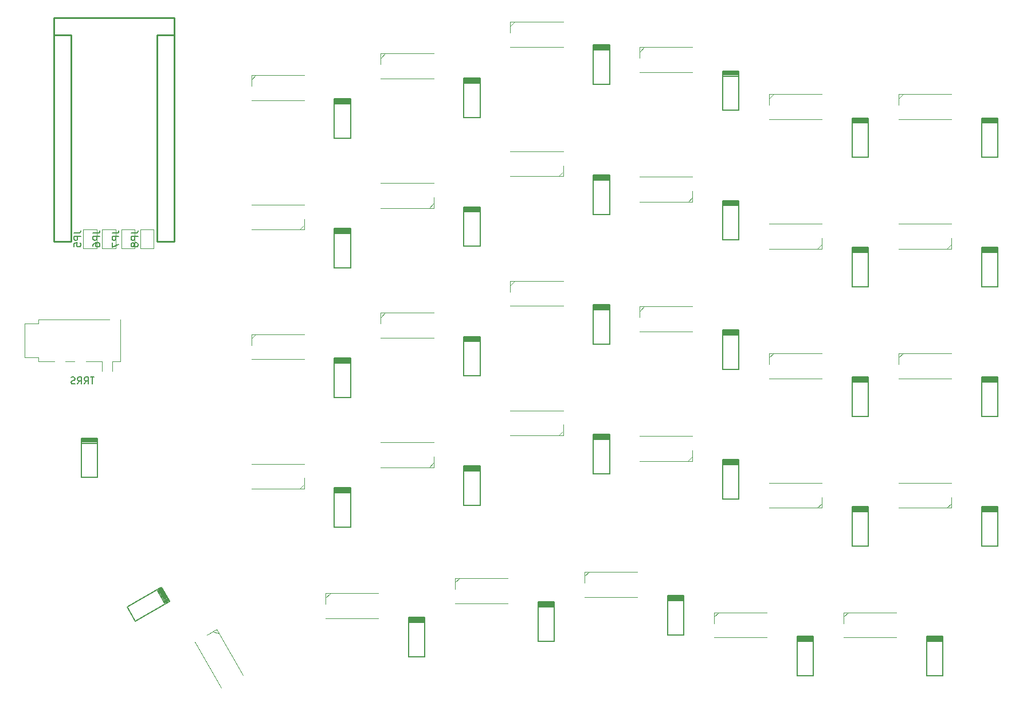
<source format=gbr>
%TF.GenerationSoftware,KiCad,Pcbnew,(5.1.8)-1*%
%TF.CreationDate,2021-02-13T18:12:48-08:00*%
%TF.ProjectId,Dualies,4475616c-6965-4732-9e6b-696361645f70,rev?*%
%TF.SameCoordinates,Original*%
%TF.FileFunction,Legend,Bot*%
%TF.FilePolarity,Positive*%
%FSLAX46Y46*%
G04 Gerber Fmt 4.6, Leading zero omitted, Abs format (unit mm)*
G04 Created by KiCad (PCBNEW (5.1.8)-1) date 2021-02-13 18:12:48*
%MOMM*%
%LPD*%
G01*
G04 APERTURE LIST*
%ADD10C,0.120000*%
%ADD11C,0.200000*%
%ADD12C,0.250000*%
%ADD13C,0.150000*%
G04 APERTURE END LIST*
D10*
%TO.C,LED0*%
X95568750Y-33493750D02*
X95568750Y-35093750D01*
X95568750Y-33493750D02*
X103368750Y-33493750D01*
X103368750Y-37193750D02*
X95568750Y-37193750D01*
X95595250Y-34137250D02*
X96230250Y-33502250D01*
%TO.C,LED29*%
X183037500Y-112806250D02*
X183037500Y-114406250D01*
X183037500Y-112806250D02*
X190837500Y-112806250D01*
X190837500Y-116506250D02*
X183037500Y-116506250D01*
X183064000Y-113449750D02*
X183699000Y-112814750D01*
%TO.C,LED1*%
X114693750Y-30306250D02*
X114693750Y-31906250D01*
X114693750Y-30306250D02*
X122493750Y-30306250D01*
X122493750Y-34006250D02*
X114693750Y-34006250D01*
X114720250Y-30949750D02*
X115355250Y-30314750D01*
%TO.C,LED2*%
X133818750Y-25618750D02*
X133818750Y-27218750D01*
X133818750Y-25618750D02*
X141618750Y-25618750D01*
X141618750Y-29318750D02*
X133818750Y-29318750D01*
X133845250Y-26262250D02*
X134480250Y-25627250D01*
%TO.C,LED3*%
X152943750Y-29368750D02*
X152943750Y-30968750D01*
X152943750Y-29368750D02*
X160743750Y-29368750D01*
X160743750Y-33068750D02*
X152943750Y-33068750D01*
X152970250Y-30012250D02*
X153605250Y-29377250D01*
%TO.C,LED4*%
X172068750Y-36306250D02*
X172068750Y-37906250D01*
X172068750Y-36306250D02*
X179868750Y-36306250D01*
X179868750Y-40006250D02*
X172068750Y-40006250D01*
X172095250Y-36949750D02*
X172730250Y-36314750D01*
%TO.C,LED5*%
X191193750Y-36306250D02*
X191193750Y-37906250D01*
X191193750Y-36306250D02*
X198993750Y-36306250D01*
X198993750Y-40006250D02*
X191193750Y-40006250D01*
X191220250Y-36949750D02*
X191855250Y-36314750D01*
%TO.C,LED6*%
X103368750Y-56318750D02*
X103368750Y-54718750D01*
X103368750Y-56318750D02*
X95568750Y-56318750D01*
X95568750Y-52618750D02*
X103368750Y-52618750D01*
X103342250Y-55675250D02*
X102707250Y-56310250D01*
%TO.C,LED7*%
X122493750Y-53131250D02*
X122493750Y-51531250D01*
X122493750Y-53131250D02*
X114693750Y-53131250D01*
X114693750Y-49431250D02*
X122493750Y-49431250D01*
X122467250Y-52487750D02*
X121832250Y-53122750D01*
%TO.C,LED8*%
X141618750Y-48443750D02*
X141618750Y-46843750D01*
X141618750Y-48443750D02*
X133818750Y-48443750D01*
X133818750Y-44743750D02*
X141618750Y-44743750D01*
X141592250Y-47800250D02*
X140957250Y-48435250D01*
%TO.C,LED9*%
X160743750Y-52193750D02*
X160743750Y-50593750D01*
X160743750Y-52193750D02*
X152943750Y-52193750D01*
X152943750Y-48493750D02*
X160743750Y-48493750D01*
X160717250Y-51550250D02*
X160082250Y-52185250D01*
%TO.C,LED10*%
X179868750Y-59131250D02*
X179868750Y-57531250D01*
X179868750Y-59131250D02*
X172068750Y-59131250D01*
X172068750Y-55431250D02*
X179868750Y-55431250D01*
X179842250Y-58487750D02*
X179207250Y-59122750D01*
%TO.C,LED11*%
X198993750Y-59131250D02*
X198993750Y-57531250D01*
X198993750Y-59131250D02*
X191193750Y-59131250D01*
X191193750Y-55431250D02*
X198993750Y-55431250D01*
X198967250Y-58487750D02*
X198332250Y-59122750D01*
%TO.C,LED12*%
X95568750Y-71743750D02*
X95568750Y-73343750D01*
X95568750Y-71743750D02*
X103368750Y-71743750D01*
X103368750Y-75443750D02*
X95568750Y-75443750D01*
X95595250Y-72387250D02*
X96230250Y-71752250D01*
%TO.C,LED13*%
X114693750Y-68556250D02*
X114693750Y-70156250D01*
X114693750Y-68556250D02*
X122493750Y-68556250D01*
X122493750Y-72256250D02*
X114693750Y-72256250D01*
X114720250Y-69199750D02*
X115355250Y-68564750D01*
%TO.C,LED14*%
X133818750Y-63868750D02*
X133818750Y-65468750D01*
X133818750Y-63868750D02*
X141618750Y-63868750D01*
X141618750Y-67568750D02*
X133818750Y-67568750D01*
X133845250Y-64512250D02*
X134480250Y-63877250D01*
%TO.C,LED15*%
X152943750Y-67618750D02*
X152943750Y-69218750D01*
X152943750Y-67618750D02*
X160743750Y-67618750D01*
X160743750Y-71318750D02*
X152943750Y-71318750D01*
X152970250Y-68262250D02*
X153605250Y-67627250D01*
%TO.C,LED16*%
X172068750Y-74556250D02*
X172068750Y-76156250D01*
X172068750Y-74556250D02*
X179868750Y-74556250D01*
X179868750Y-78256250D02*
X172068750Y-78256250D01*
X172095250Y-75199750D02*
X172730250Y-74564750D01*
%TO.C,LED17*%
X191193750Y-74556250D02*
X191193750Y-76156250D01*
X191193750Y-74556250D02*
X198993750Y-74556250D01*
X198993750Y-78256250D02*
X191193750Y-78256250D01*
X191220250Y-75199750D02*
X191855250Y-74564750D01*
%TO.C,LED18*%
X103368750Y-94568750D02*
X103368750Y-92968750D01*
X103368750Y-94568750D02*
X95568750Y-94568750D01*
X95568750Y-90868750D02*
X103368750Y-90868750D01*
X103342250Y-93925250D02*
X102707250Y-94560250D01*
%TO.C,LED19*%
X122493750Y-91381250D02*
X122493750Y-89781250D01*
X122493750Y-91381250D02*
X114693750Y-91381250D01*
X114693750Y-87681250D02*
X122493750Y-87681250D01*
X122467250Y-90737750D02*
X121832250Y-91372750D01*
%TO.C,LED20*%
X141618750Y-86693750D02*
X141618750Y-85093750D01*
X141618750Y-86693750D02*
X133818750Y-86693750D01*
X133818750Y-82993750D02*
X141618750Y-82993750D01*
X141592250Y-86050250D02*
X140957250Y-86685250D01*
%TO.C,LED21*%
X160743750Y-90443750D02*
X160743750Y-88843750D01*
X160743750Y-90443750D02*
X152943750Y-90443750D01*
X152943750Y-86743750D02*
X160743750Y-86743750D01*
X160717250Y-89800250D02*
X160082250Y-90435250D01*
%TO.C,LED22*%
X179868750Y-97381250D02*
X179868750Y-95781250D01*
X179868750Y-97381250D02*
X172068750Y-97381250D01*
X172068750Y-93681250D02*
X179868750Y-93681250D01*
X179842250Y-96737750D02*
X179207250Y-97372750D01*
%TO.C,LED23*%
X198993750Y-97381250D02*
X198993750Y-95781250D01*
X198993750Y-97381250D02*
X191193750Y-97381250D01*
X191193750Y-93681250D02*
X198993750Y-93681250D01*
X198967250Y-96737750D02*
X198332250Y-97372750D01*
%TO.C,LED24*%
X90402147Y-115322501D02*
X89016506Y-116122501D01*
X90402147Y-115322501D02*
X94302147Y-122077499D01*
X91097853Y-123927499D02*
X87197853Y-117172501D01*
X89858110Y-115667201D02*
X90725536Y-115899627D01*
%TO.C,LED25*%
X106537500Y-109993750D02*
X106537500Y-111593750D01*
X106537500Y-109993750D02*
X114337500Y-109993750D01*
X114337500Y-113693750D02*
X106537500Y-113693750D01*
X106564000Y-110637250D02*
X107199000Y-110002250D01*
%TO.C,LED26*%
X125662500Y-107743750D02*
X125662500Y-109343750D01*
X125662500Y-107743750D02*
X133462500Y-107743750D01*
X133462500Y-111443750D02*
X125662500Y-111443750D01*
X125689000Y-108387250D02*
X126324000Y-107752250D01*
%TO.C,LED27*%
X144787500Y-106806250D02*
X144787500Y-108406250D01*
X144787500Y-106806250D02*
X152587500Y-106806250D01*
X152587500Y-110506250D02*
X144787500Y-110506250D01*
X144814000Y-107449750D02*
X145449000Y-106814750D01*
%TO.C,LED28*%
X163912500Y-112806250D02*
X163912500Y-114406250D01*
X163912500Y-112806250D02*
X171712500Y-112806250D01*
X171712500Y-116506250D02*
X163912500Y-116506250D01*
X163939000Y-113449750D02*
X164574000Y-112814750D01*
D11*
%TO.C,D0*%
X107831250Y-42831250D02*
X110231250Y-42831250D01*
X107831250Y-37106250D02*
X110231250Y-37106250D01*
X107831250Y-37406250D02*
X110231250Y-37406250D01*
X107831250Y-37031250D02*
X107831250Y-42831250D01*
X107831250Y-37581250D02*
X110231250Y-37581250D01*
X107831250Y-37756250D02*
X110231250Y-37756250D01*
X110231250Y-42831250D02*
X110231250Y-37031250D01*
X107831250Y-37231250D02*
X110231250Y-37231250D01*
X110231250Y-37006250D02*
X107831250Y-37006250D01*
%TO.C,D1*%
X129356250Y-33912500D02*
X126956250Y-33912500D01*
X126956250Y-34137500D02*
X129356250Y-34137500D01*
X129356250Y-39737500D02*
X129356250Y-33937500D01*
X126956250Y-34662500D02*
X129356250Y-34662500D01*
X126956250Y-34487500D02*
X129356250Y-34487500D01*
X126956250Y-33937500D02*
X126956250Y-39737500D01*
X126956250Y-34312500D02*
X129356250Y-34312500D01*
X126956250Y-34012500D02*
X129356250Y-34012500D01*
X126956250Y-39737500D02*
X129356250Y-39737500D01*
%TO.C,D2*%
X146081250Y-34862500D02*
X148481250Y-34862500D01*
X146081250Y-29137500D02*
X148481250Y-29137500D01*
X146081250Y-29437500D02*
X148481250Y-29437500D01*
X146081250Y-29062500D02*
X146081250Y-34862500D01*
X146081250Y-29612500D02*
X148481250Y-29612500D01*
X146081250Y-29787500D02*
X148481250Y-29787500D01*
X148481250Y-34862500D02*
X148481250Y-29062500D01*
X146081250Y-29262500D02*
X148481250Y-29262500D01*
X148481250Y-29037500D02*
X146081250Y-29037500D01*
%TO.C,D3*%
X167606250Y-32881250D02*
X165206250Y-32881250D01*
X165206250Y-33106250D02*
X167606250Y-33106250D01*
X167606250Y-38706250D02*
X167606250Y-32906250D01*
X165206250Y-33631250D02*
X167606250Y-33631250D01*
X165206250Y-33456250D02*
X167606250Y-33456250D01*
X165206250Y-32906250D02*
X165206250Y-38706250D01*
X165206250Y-33281250D02*
X167606250Y-33281250D01*
X165206250Y-32981250D02*
X167606250Y-32981250D01*
X165206250Y-38706250D02*
X167606250Y-38706250D01*
%TO.C,D4*%
X184331250Y-45643750D02*
X186731250Y-45643750D01*
X184331250Y-39918750D02*
X186731250Y-39918750D01*
X184331250Y-40218750D02*
X186731250Y-40218750D01*
X184331250Y-39843750D02*
X184331250Y-45643750D01*
X184331250Y-40393750D02*
X186731250Y-40393750D01*
X184331250Y-40568750D02*
X186731250Y-40568750D01*
X186731250Y-45643750D02*
X186731250Y-39843750D01*
X184331250Y-40043750D02*
X186731250Y-40043750D01*
X186731250Y-39818750D02*
X184331250Y-39818750D01*
%TO.C,D5*%
X203456250Y-45643750D02*
X205856250Y-45643750D01*
X203456250Y-39918750D02*
X205856250Y-39918750D01*
X203456250Y-40218750D02*
X205856250Y-40218750D01*
X203456250Y-39843750D02*
X203456250Y-45643750D01*
X203456250Y-40393750D02*
X205856250Y-40393750D01*
X203456250Y-40568750D02*
X205856250Y-40568750D01*
X205856250Y-45643750D02*
X205856250Y-39843750D01*
X203456250Y-40043750D02*
X205856250Y-40043750D01*
X205856250Y-39818750D02*
X203456250Y-39818750D01*
%TO.C,D6*%
X110231250Y-56131250D02*
X107831250Y-56131250D01*
X107831250Y-56356250D02*
X110231250Y-56356250D01*
X110231250Y-61956250D02*
X110231250Y-56156250D01*
X107831250Y-56881250D02*
X110231250Y-56881250D01*
X107831250Y-56706250D02*
X110231250Y-56706250D01*
X107831250Y-56156250D02*
X107831250Y-61956250D01*
X107831250Y-56531250D02*
X110231250Y-56531250D01*
X107831250Y-56231250D02*
X110231250Y-56231250D01*
X107831250Y-61956250D02*
X110231250Y-61956250D01*
%TO.C,D7*%
X126956250Y-58768750D02*
X129356250Y-58768750D01*
X126956250Y-53043750D02*
X129356250Y-53043750D01*
X126956250Y-53343750D02*
X129356250Y-53343750D01*
X126956250Y-52968750D02*
X126956250Y-58768750D01*
X126956250Y-53518750D02*
X129356250Y-53518750D01*
X126956250Y-53693750D02*
X129356250Y-53693750D01*
X129356250Y-58768750D02*
X129356250Y-52968750D01*
X126956250Y-53168750D02*
X129356250Y-53168750D01*
X129356250Y-52943750D02*
X126956250Y-52943750D01*
%TO.C,D8*%
X148481250Y-48256250D02*
X146081250Y-48256250D01*
X146081250Y-48481250D02*
X148481250Y-48481250D01*
X148481250Y-54081250D02*
X148481250Y-48281250D01*
X146081250Y-49006250D02*
X148481250Y-49006250D01*
X146081250Y-48831250D02*
X148481250Y-48831250D01*
X146081250Y-48281250D02*
X146081250Y-54081250D01*
X146081250Y-48656250D02*
X148481250Y-48656250D01*
X146081250Y-48356250D02*
X148481250Y-48356250D01*
X146081250Y-54081250D02*
X148481250Y-54081250D01*
%TO.C,D9*%
X165206250Y-57831250D02*
X167606250Y-57831250D01*
X165206250Y-52106250D02*
X167606250Y-52106250D01*
X165206250Y-52406250D02*
X167606250Y-52406250D01*
X165206250Y-52031250D02*
X165206250Y-57831250D01*
X165206250Y-52581250D02*
X167606250Y-52581250D01*
X165206250Y-52756250D02*
X167606250Y-52756250D01*
X167606250Y-57831250D02*
X167606250Y-52031250D01*
X165206250Y-52231250D02*
X167606250Y-52231250D01*
X167606250Y-52006250D02*
X165206250Y-52006250D01*
%TO.C,D10*%
X186731250Y-58943750D02*
X184331250Y-58943750D01*
X184331250Y-59168750D02*
X186731250Y-59168750D01*
X186731250Y-64768750D02*
X186731250Y-58968750D01*
X184331250Y-59693750D02*
X186731250Y-59693750D01*
X184331250Y-59518750D02*
X186731250Y-59518750D01*
X184331250Y-58968750D02*
X184331250Y-64768750D01*
X184331250Y-59343750D02*
X186731250Y-59343750D01*
X184331250Y-59043750D02*
X186731250Y-59043750D01*
X184331250Y-64768750D02*
X186731250Y-64768750D01*
%TO.C,D11*%
X205856250Y-58943750D02*
X203456250Y-58943750D01*
X203456250Y-59168750D02*
X205856250Y-59168750D01*
X205856250Y-64768750D02*
X205856250Y-58968750D01*
X203456250Y-59693750D02*
X205856250Y-59693750D01*
X203456250Y-59518750D02*
X205856250Y-59518750D01*
X203456250Y-58968750D02*
X203456250Y-64768750D01*
X203456250Y-59343750D02*
X205856250Y-59343750D01*
X203456250Y-59043750D02*
X205856250Y-59043750D01*
X203456250Y-64768750D02*
X205856250Y-64768750D01*
%TO.C,D12*%
X107831250Y-81081250D02*
X110231250Y-81081250D01*
X107831250Y-75356250D02*
X110231250Y-75356250D01*
X107831250Y-75656250D02*
X110231250Y-75656250D01*
X107831250Y-75281250D02*
X107831250Y-81081250D01*
X107831250Y-75831250D02*
X110231250Y-75831250D01*
X107831250Y-76006250D02*
X110231250Y-76006250D01*
X110231250Y-81081250D02*
X110231250Y-75281250D01*
X107831250Y-75481250D02*
X110231250Y-75481250D01*
X110231250Y-75256250D02*
X107831250Y-75256250D01*
%TO.C,D13*%
X129356250Y-72068750D02*
X126956250Y-72068750D01*
X126956250Y-72293750D02*
X129356250Y-72293750D01*
X129356250Y-77893750D02*
X129356250Y-72093750D01*
X126956250Y-72818750D02*
X129356250Y-72818750D01*
X126956250Y-72643750D02*
X129356250Y-72643750D01*
X126956250Y-72093750D02*
X126956250Y-77893750D01*
X126956250Y-72468750D02*
X129356250Y-72468750D01*
X126956250Y-72168750D02*
X129356250Y-72168750D01*
X126956250Y-77893750D02*
X129356250Y-77893750D01*
%TO.C,D14*%
X146081250Y-73225000D02*
X148481250Y-73225000D01*
X146081250Y-67500000D02*
X148481250Y-67500000D01*
X146081250Y-67800000D02*
X148481250Y-67800000D01*
X146081250Y-67425000D02*
X146081250Y-73225000D01*
X146081250Y-67975000D02*
X148481250Y-67975000D01*
X146081250Y-68150000D02*
X148481250Y-68150000D01*
X148481250Y-73225000D02*
X148481250Y-67425000D01*
X146081250Y-67625000D02*
X148481250Y-67625000D01*
X148481250Y-67400000D02*
X146081250Y-67400000D01*
%TO.C,D15*%
X167606250Y-71131250D02*
X165206250Y-71131250D01*
X165206250Y-71356250D02*
X167606250Y-71356250D01*
X167606250Y-76956250D02*
X167606250Y-71156250D01*
X165206250Y-71881250D02*
X167606250Y-71881250D01*
X165206250Y-71706250D02*
X167606250Y-71706250D01*
X165206250Y-71156250D02*
X165206250Y-76956250D01*
X165206250Y-71531250D02*
X167606250Y-71531250D01*
X165206250Y-71231250D02*
X167606250Y-71231250D01*
X165206250Y-76956250D02*
X167606250Y-76956250D01*
%TO.C,D16*%
X184331250Y-83893750D02*
X186731250Y-83893750D01*
X184331250Y-78168750D02*
X186731250Y-78168750D01*
X184331250Y-78468750D02*
X186731250Y-78468750D01*
X184331250Y-78093750D02*
X184331250Y-83893750D01*
X184331250Y-78643750D02*
X186731250Y-78643750D01*
X184331250Y-78818750D02*
X186731250Y-78818750D01*
X186731250Y-83893750D02*
X186731250Y-78093750D01*
X184331250Y-78293750D02*
X186731250Y-78293750D01*
X186731250Y-78068750D02*
X184331250Y-78068750D01*
%TO.C,D17*%
X205856250Y-78068750D02*
X203456250Y-78068750D01*
X203456250Y-78293750D02*
X205856250Y-78293750D01*
X205856250Y-83893750D02*
X205856250Y-78093750D01*
X203456250Y-78818750D02*
X205856250Y-78818750D01*
X203456250Y-78643750D02*
X205856250Y-78643750D01*
X203456250Y-78093750D02*
X203456250Y-83893750D01*
X203456250Y-78468750D02*
X205856250Y-78468750D01*
X203456250Y-78168750D02*
X205856250Y-78168750D01*
X203456250Y-83893750D02*
X205856250Y-83893750D01*
%TO.C,D18*%
X107831250Y-100206250D02*
X110231250Y-100206250D01*
X107831250Y-94481250D02*
X110231250Y-94481250D01*
X107831250Y-94781250D02*
X110231250Y-94781250D01*
X107831250Y-94406250D02*
X107831250Y-100206250D01*
X107831250Y-94956250D02*
X110231250Y-94956250D01*
X107831250Y-95131250D02*
X110231250Y-95131250D01*
X110231250Y-100206250D02*
X110231250Y-94406250D01*
X107831250Y-94606250D02*
X110231250Y-94606250D01*
X110231250Y-94381250D02*
X107831250Y-94381250D01*
%TO.C,D19*%
X126956250Y-97018750D02*
X129356250Y-97018750D01*
X126956250Y-91293750D02*
X129356250Y-91293750D01*
X126956250Y-91593750D02*
X129356250Y-91593750D01*
X126956250Y-91218750D02*
X126956250Y-97018750D01*
X126956250Y-91768750D02*
X129356250Y-91768750D01*
X126956250Y-91943750D02*
X129356250Y-91943750D01*
X129356250Y-97018750D02*
X129356250Y-91218750D01*
X126956250Y-91418750D02*
X129356250Y-91418750D01*
X129356250Y-91193750D02*
X126956250Y-91193750D01*
%TO.C,D20*%
X146081250Y-92331250D02*
X148481250Y-92331250D01*
X146081250Y-86606250D02*
X148481250Y-86606250D01*
X146081250Y-86906250D02*
X148481250Y-86906250D01*
X146081250Y-86531250D02*
X146081250Y-92331250D01*
X146081250Y-87081250D02*
X148481250Y-87081250D01*
X146081250Y-87256250D02*
X148481250Y-87256250D01*
X148481250Y-92331250D02*
X148481250Y-86531250D01*
X146081250Y-86731250D02*
X148481250Y-86731250D01*
X148481250Y-86506250D02*
X146081250Y-86506250D01*
%TO.C,D21*%
X167606250Y-90256250D02*
X165206250Y-90256250D01*
X165206250Y-90481250D02*
X167606250Y-90481250D01*
X167606250Y-96081250D02*
X167606250Y-90281250D01*
X165206250Y-91006250D02*
X167606250Y-91006250D01*
X165206250Y-90831250D02*
X167606250Y-90831250D01*
X165206250Y-90281250D02*
X165206250Y-96081250D01*
X165206250Y-90656250D02*
X167606250Y-90656250D01*
X165206250Y-90356250D02*
X167606250Y-90356250D01*
X165206250Y-96081250D02*
X167606250Y-96081250D01*
%TO.C,D22*%
X184331250Y-103018750D02*
X186731250Y-103018750D01*
X184331250Y-97293750D02*
X186731250Y-97293750D01*
X184331250Y-97593750D02*
X186731250Y-97593750D01*
X184331250Y-97218750D02*
X184331250Y-103018750D01*
X184331250Y-97768750D02*
X186731250Y-97768750D01*
X184331250Y-97943750D02*
X186731250Y-97943750D01*
X186731250Y-103018750D02*
X186731250Y-97218750D01*
X184331250Y-97418750D02*
X186731250Y-97418750D01*
X186731250Y-97193750D02*
X184331250Y-97193750D01*
%TO.C,D23*%
X205856250Y-97193750D02*
X203456250Y-97193750D01*
X203456250Y-97418750D02*
X205856250Y-97418750D01*
X205856250Y-103018750D02*
X205856250Y-97218750D01*
X203456250Y-97943750D02*
X205856250Y-97943750D01*
X203456250Y-97768750D02*
X205856250Y-97768750D01*
X203456250Y-97218750D02*
X203456250Y-103018750D01*
X203456250Y-97593750D02*
X205856250Y-97593750D01*
X203456250Y-97293750D02*
X205856250Y-97293750D01*
X203456250Y-103018750D02*
X205856250Y-103018750D01*
%TO.C,D24*%
X77225129Y-112017020D02*
X78425129Y-114095480D01*
X82183124Y-109154520D02*
X83383124Y-111232980D01*
X81923317Y-109304520D02*
X83123317Y-111382980D01*
X82248076Y-109117020D02*
X77225129Y-112017020D01*
X81771762Y-109392020D02*
X82971762Y-111470480D01*
X81620208Y-109479520D02*
X82820208Y-111557980D01*
X78425129Y-114095480D02*
X83448076Y-111195480D01*
X82074871Y-109217020D02*
X83274871Y-111295480D01*
X83469727Y-111182980D02*
X82269727Y-109104520D01*
%TO.C,D25*%
X121200000Y-113506250D02*
X118800000Y-113506250D01*
X118800000Y-113731250D02*
X121200000Y-113731250D01*
X121200000Y-119331250D02*
X121200000Y-113531250D01*
X118800000Y-114256250D02*
X121200000Y-114256250D01*
X118800000Y-114081250D02*
X121200000Y-114081250D01*
X118800000Y-113531250D02*
X118800000Y-119331250D01*
X118800000Y-113906250D02*
X121200000Y-113906250D01*
X118800000Y-113606250D02*
X121200000Y-113606250D01*
X118800000Y-119331250D02*
X121200000Y-119331250D01*
%TO.C,D26*%
X137925000Y-117081250D02*
X140325000Y-117081250D01*
X137925000Y-111356250D02*
X140325000Y-111356250D01*
X137925000Y-111656250D02*
X140325000Y-111656250D01*
X137925000Y-111281250D02*
X137925000Y-117081250D01*
X137925000Y-111831250D02*
X140325000Y-111831250D01*
X137925000Y-112006250D02*
X140325000Y-112006250D01*
X140325000Y-117081250D02*
X140325000Y-111281250D01*
X137925000Y-111481250D02*
X140325000Y-111481250D01*
X140325000Y-111256250D02*
X137925000Y-111256250D01*
%TO.C,D27*%
X159450000Y-110318750D02*
X157050000Y-110318750D01*
X157050000Y-110543750D02*
X159450000Y-110543750D01*
X159450000Y-116143750D02*
X159450000Y-110343750D01*
X157050000Y-111068750D02*
X159450000Y-111068750D01*
X157050000Y-110893750D02*
X159450000Y-110893750D01*
X157050000Y-110343750D02*
X157050000Y-116143750D01*
X157050000Y-110718750D02*
X159450000Y-110718750D01*
X157050000Y-110418750D02*
X159450000Y-110418750D01*
X157050000Y-116143750D02*
X159450000Y-116143750D01*
%TO.C,D28*%
X176175000Y-122143750D02*
X178575000Y-122143750D01*
X176175000Y-116418750D02*
X178575000Y-116418750D01*
X176175000Y-116718750D02*
X178575000Y-116718750D01*
X176175000Y-116343750D02*
X176175000Y-122143750D01*
X176175000Y-116893750D02*
X178575000Y-116893750D01*
X176175000Y-117068750D02*
X178575000Y-117068750D01*
X178575000Y-122143750D02*
X178575000Y-116343750D01*
X176175000Y-116543750D02*
X178575000Y-116543750D01*
X178575000Y-116318750D02*
X176175000Y-116318750D01*
%TO.C,D29*%
X197700000Y-116318750D02*
X195300000Y-116318750D01*
X195300000Y-116543750D02*
X197700000Y-116543750D01*
X197700000Y-122143750D02*
X197700000Y-116343750D01*
X195300000Y-117068750D02*
X197700000Y-117068750D01*
X195300000Y-116893750D02*
X197700000Y-116893750D01*
X195300000Y-116343750D02*
X195300000Y-122143750D01*
X195300000Y-116718750D02*
X197700000Y-116718750D01*
X195300000Y-116418750D02*
X197700000Y-116418750D01*
X195300000Y-122143750D02*
X197700000Y-122143750D01*
%TO.C,D30*%
X72825000Y-87068750D02*
X70425000Y-87068750D01*
X70425000Y-87293750D02*
X72825000Y-87293750D01*
X72825000Y-92893750D02*
X72825000Y-87093750D01*
X70425000Y-87818750D02*
X72825000Y-87818750D01*
X70425000Y-87643750D02*
X72825000Y-87643750D01*
X70425000Y-87093750D02*
X70425000Y-92893750D01*
X70425000Y-87468750D02*
X72825000Y-87468750D01*
X70425000Y-87168750D02*
X72825000Y-87168750D01*
X70425000Y-92893750D02*
X72825000Y-92893750D01*
D10*
%TO.C,J0*%
X62091750Y-75156250D02*
X62091750Y-70156250D01*
X64091750Y-75156250D02*
X62091750Y-75156250D01*
X64091750Y-70156250D02*
X62091750Y-70156250D01*
X73516750Y-75756250D02*
X73516750Y-77156250D01*
X74616750Y-69556250D02*
X64091750Y-69556250D01*
X75066750Y-75756250D02*
X76191750Y-75756250D01*
X71116750Y-75756250D02*
X73516750Y-75756250D01*
X68116750Y-75756250D02*
X69466750Y-75756250D01*
X64091750Y-75756250D02*
X66466750Y-75756250D01*
X75066750Y-75756250D02*
X75066750Y-77156250D01*
X76191750Y-69556250D02*
X76191750Y-75756250D01*
X64091750Y-75756250D02*
X64091750Y-75156250D01*
X64091750Y-70156250D02*
X64091750Y-69556250D01*
%TO.C,JP5*%
X70718750Y-56256250D02*
X70718750Y-59056250D01*
X70718750Y-59056250D02*
X72718750Y-59056250D01*
X72718750Y-59056250D02*
X72718750Y-56256250D01*
X72718750Y-56256250D02*
X70718750Y-56256250D01*
%TO.C,JP6*%
X75531250Y-56256250D02*
X73531250Y-56256250D01*
X75531250Y-59056250D02*
X75531250Y-56256250D01*
X73531250Y-59056250D02*
X75531250Y-59056250D01*
X73531250Y-56256250D02*
X73531250Y-59056250D01*
%TO.C,JP7*%
X76343750Y-56256250D02*
X76343750Y-59056250D01*
X76343750Y-59056250D02*
X78343750Y-59056250D01*
X78343750Y-59056250D02*
X78343750Y-56256250D01*
X78343750Y-56256250D02*
X76343750Y-56256250D01*
%TO.C,JP8*%
X81156250Y-56256250D02*
X79156250Y-56256250D01*
X81156250Y-59056250D02*
X81156250Y-56256250D01*
X79156250Y-59056250D02*
X81156250Y-59056250D01*
X79156250Y-56256250D02*
X79156250Y-59056250D01*
D12*
%TO.C,U0*%
X66378685Y-25018005D02*
X84158685Y-25018005D01*
X84158685Y-25018005D02*
X84158685Y-58038005D01*
X66378685Y-58038005D02*
X66378685Y-25018005D01*
X81618685Y-27558005D02*
X84158685Y-27558005D01*
D13*
X84158685Y-27558005D02*
X84158685Y-58038005D01*
D12*
X84158685Y-58038005D02*
X81618685Y-58038005D01*
X81618685Y-58038005D02*
X81618685Y-27558005D01*
X66378685Y-27558005D02*
X68918685Y-27558005D01*
X68918685Y-27558005D02*
X68918685Y-58038005D01*
X68918685Y-58038005D02*
X66378685Y-58038005D01*
D13*
X66378685Y-58038005D02*
X66378685Y-27558005D01*
%TO.C,J0*%
X72355654Y-78077630D02*
X71784226Y-78077630D01*
X72069940Y-79077630D02*
X72069940Y-78077630D01*
X70879464Y-79077630D02*
X71212797Y-78601440D01*
X71450892Y-79077630D02*
X71450892Y-78077630D01*
X71069940Y-78077630D01*
X70974702Y-78125250D01*
X70927083Y-78172869D01*
X70879464Y-78268107D01*
X70879464Y-78410964D01*
X70927083Y-78506202D01*
X70974702Y-78553821D01*
X71069940Y-78601440D01*
X71450892Y-78601440D01*
X69879464Y-79077630D02*
X70212797Y-78601440D01*
X70450892Y-79077630D02*
X70450892Y-78077630D01*
X70069940Y-78077630D01*
X69974702Y-78125250D01*
X69927083Y-78172869D01*
X69879464Y-78268107D01*
X69879464Y-78410964D01*
X69927083Y-78506202D01*
X69974702Y-78553821D01*
X70069940Y-78601440D01*
X70450892Y-78601440D01*
X69498511Y-79030011D02*
X69355654Y-79077630D01*
X69117559Y-79077630D01*
X69022321Y-79030011D01*
X68974702Y-78982392D01*
X68927083Y-78887154D01*
X68927083Y-78791916D01*
X68974702Y-78696678D01*
X69022321Y-78649059D01*
X69117559Y-78601440D01*
X69308035Y-78553821D01*
X69403273Y-78506202D01*
X69450892Y-78458583D01*
X69498511Y-78363345D01*
X69498511Y-78268107D01*
X69450892Y-78172869D01*
X69403273Y-78125250D01*
X69308035Y-78077630D01*
X69069940Y-78077630D01*
X68927083Y-78125250D01*
%TO.C,JP5*%
X69371130Y-56822916D02*
X70085416Y-56822916D01*
X70228273Y-56775297D01*
X70323511Y-56680059D01*
X70371130Y-56537202D01*
X70371130Y-56441964D01*
X70371130Y-57299107D02*
X69371130Y-57299107D01*
X69371130Y-57680059D01*
X69418750Y-57775297D01*
X69466369Y-57822916D01*
X69561607Y-57870535D01*
X69704464Y-57870535D01*
X69799702Y-57822916D01*
X69847321Y-57775297D01*
X69894940Y-57680059D01*
X69894940Y-57299107D01*
X69371130Y-58775297D02*
X69371130Y-58299107D01*
X69847321Y-58251488D01*
X69799702Y-58299107D01*
X69752083Y-58394345D01*
X69752083Y-58632440D01*
X69799702Y-58727678D01*
X69847321Y-58775297D01*
X69942559Y-58822916D01*
X70180654Y-58822916D01*
X70275892Y-58775297D01*
X70323511Y-58727678D01*
X70371130Y-58632440D01*
X70371130Y-58394345D01*
X70323511Y-58299107D01*
X70275892Y-58251488D01*
%TO.C,JP6*%
X72183630Y-56822916D02*
X72897916Y-56822916D01*
X73040773Y-56775297D01*
X73136011Y-56680059D01*
X73183630Y-56537202D01*
X73183630Y-56441964D01*
X73183630Y-57299107D02*
X72183630Y-57299107D01*
X72183630Y-57680059D01*
X72231250Y-57775297D01*
X72278869Y-57822916D01*
X72374107Y-57870535D01*
X72516964Y-57870535D01*
X72612202Y-57822916D01*
X72659821Y-57775297D01*
X72707440Y-57680059D01*
X72707440Y-57299107D01*
X72183630Y-58727678D02*
X72183630Y-58537202D01*
X72231250Y-58441964D01*
X72278869Y-58394345D01*
X72421726Y-58299107D01*
X72612202Y-58251488D01*
X72993154Y-58251488D01*
X73088392Y-58299107D01*
X73136011Y-58346726D01*
X73183630Y-58441964D01*
X73183630Y-58632440D01*
X73136011Y-58727678D01*
X73088392Y-58775297D01*
X72993154Y-58822916D01*
X72755059Y-58822916D01*
X72659821Y-58775297D01*
X72612202Y-58727678D01*
X72564583Y-58632440D01*
X72564583Y-58441964D01*
X72612202Y-58346726D01*
X72659821Y-58299107D01*
X72755059Y-58251488D01*
%TO.C,JP7*%
X74996130Y-56822916D02*
X75710416Y-56822916D01*
X75853273Y-56775297D01*
X75948511Y-56680059D01*
X75996130Y-56537202D01*
X75996130Y-56441964D01*
X75996130Y-57299107D02*
X74996130Y-57299107D01*
X74996130Y-57680059D01*
X75043750Y-57775297D01*
X75091369Y-57822916D01*
X75186607Y-57870535D01*
X75329464Y-57870535D01*
X75424702Y-57822916D01*
X75472321Y-57775297D01*
X75519940Y-57680059D01*
X75519940Y-57299107D01*
X74996130Y-58203869D02*
X74996130Y-58870535D01*
X75996130Y-58441964D01*
%TO.C,JP8*%
X77808630Y-56822916D02*
X78522916Y-56822916D01*
X78665773Y-56775297D01*
X78761011Y-56680059D01*
X78808630Y-56537202D01*
X78808630Y-56441964D01*
X78808630Y-57299107D02*
X77808630Y-57299107D01*
X77808630Y-57680059D01*
X77856250Y-57775297D01*
X77903869Y-57822916D01*
X77999107Y-57870535D01*
X78141964Y-57870535D01*
X78237202Y-57822916D01*
X78284821Y-57775297D01*
X78332440Y-57680059D01*
X78332440Y-57299107D01*
X78237202Y-58441964D02*
X78189583Y-58346726D01*
X78141964Y-58299107D01*
X78046726Y-58251488D01*
X77999107Y-58251488D01*
X77903869Y-58299107D01*
X77856250Y-58346726D01*
X77808630Y-58441964D01*
X77808630Y-58632440D01*
X77856250Y-58727678D01*
X77903869Y-58775297D01*
X77999107Y-58822916D01*
X78046726Y-58822916D01*
X78141964Y-58775297D01*
X78189583Y-58727678D01*
X78237202Y-58632440D01*
X78237202Y-58441964D01*
X78284821Y-58346726D01*
X78332440Y-58299107D01*
X78427678Y-58251488D01*
X78618154Y-58251488D01*
X78713392Y-58299107D01*
X78761011Y-58346726D01*
X78808630Y-58441964D01*
X78808630Y-58632440D01*
X78761011Y-58727678D01*
X78713392Y-58775297D01*
X78618154Y-58822916D01*
X78427678Y-58822916D01*
X78332440Y-58775297D01*
X78284821Y-58727678D01*
X78237202Y-58632440D01*
%TD*%
M02*

</source>
